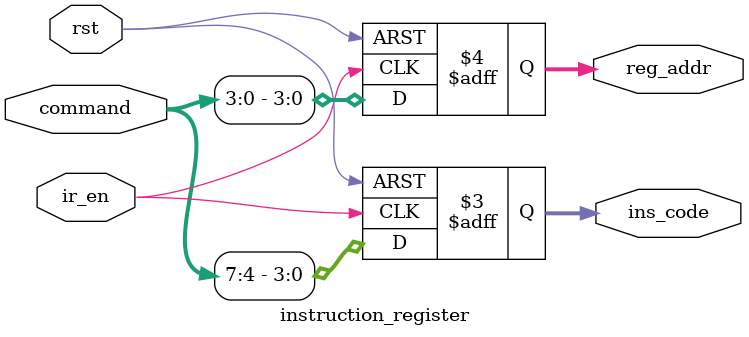
<source format=v>

`timescale 1ns / 1ps


module instruction_register(
        input rst,
        input ir_en,
        input [7:0] command,

        output reg [3:0] ins_code,
        output reg [3:0] reg_addr
    );

    always @(negedge rst or posedge ir_en) begin
        if (!rst) begin
            ins_code <= 4'bZZZZ;
            reg_addr <= 4'bZZZZ;
        end else if (ir_en) begin
            ins_code <= {command[7],command[6],command[5],command[4]};
            reg_addr <= {command[3],command[2],command[1],command[0]};
        end
    end

endmodule

</source>
